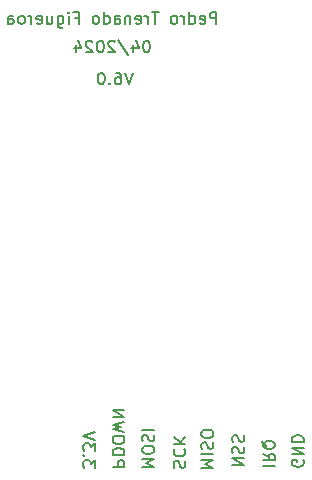
<source format=gbo>
G04 #@! TF.GenerationSoftware,KiCad,Pcbnew,7.0.9*
G04 #@! TF.CreationDate,2024-04-20T19:12:39+02:00*
G04 #@! TF.ProjectId,NFC_Programmer,4e46435f-5072-46f6-9772-616d6d65722e,3.0*
G04 #@! TF.SameCoordinates,Original*
G04 #@! TF.FileFunction,Legend,Bot*
G04 #@! TF.FilePolarity,Positive*
%FSLAX46Y46*%
G04 Gerber Fmt 4.6, Leading zero omitted, Abs format (unit mm)*
G04 Created by KiCad (PCBNEW 7.0.9) date 2024-04-20 19:12:39*
%MOMM*%
%LPD*%
G01*
G04 APERTURE LIST*
%ADD10C,0.153000*%
%ADD11C,3.000000*%
%ADD12R,1.700000X1.700000*%
%ADD13O,1.700000X1.700000*%
G04 APERTURE END LIST*
D10*
X142590771Y-70789663D02*
X142495533Y-70789663D01*
X142495533Y-70789663D02*
X142400295Y-70837282D01*
X142400295Y-70837282D02*
X142352676Y-70884901D01*
X142352676Y-70884901D02*
X142305057Y-70980139D01*
X142305057Y-70980139D02*
X142257438Y-71170615D01*
X142257438Y-71170615D02*
X142257438Y-71408710D01*
X142257438Y-71408710D02*
X142305057Y-71599186D01*
X142305057Y-71599186D02*
X142352676Y-71694424D01*
X142352676Y-71694424D02*
X142400295Y-71742044D01*
X142400295Y-71742044D02*
X142495533Y-71789663D01*
X142495533Y-71789663D02*
X142590771Y-71789663D01*
X142590771Y-71789663D02*
X142686009Y-71742044D01*
X142686009Y-71742044D02*
X142733628Y-71694424D01*
X142733628Y-71694424D02*
X142781247Y-71599186D01*
X142781247Y-71599186D02*
X142828866Y-71408710D01*
X142828866Y-71408710D02*
X142828866Y-71170615D01*
X142828866Y-71170615D02*
X142781247Y-70980139D01*
X142781247Y-70980139D02*
X142733628Y-70884901D01*
X142733628Y-70884901D02*
X142686009Y-70837282D01*
X142686009Y-70837282D02*
X142590771Y-70789663D01*
X141400295Y-71122996D02*
X141400295Y-71789663D01*
X141638390Y-70742044D02*
X141876485Y-71456329D01*
X141876485Y-71456329D02*
X141257438Y-71456329D01*
X140162200Y-70742044D02*
X141019342Y-72027758D01*
X139876485Y-70884901D02*
X139828866Y-70837282D01*
X139828866Y-70837282D02*
X139733628Y-70789663D01*
X139733628Y-70789663D02*
X139495533Y-70789663D01*
X139495533Y-70789663D02*
X139400295Y-70837282D01*
X139400295Y-70837282D02*
X139352676Y-70884901D01*
X139352676Y-70884901D02*
X139305057Y-70980139D01*
X139305057Y-70980139D02*
X139305057Y-71075377D01*
X139305057Y-71075377D02*
X139352676Y-71218234D01*
X139352676Y-71218234D02*
X139924104Y-71789663D01*
X139924104Y-71789663D02*
X139305057Y-71789663D01*
X138686009Y-70789663D02*
X138590771Y-70789663D01*
X138590771Y-70789663D02*
X138495533Y-70837282D01*
X138495533Y-70837282D02*
X138447914Y-70884901D01*
X138447914Y-70884901D02*
X138400295Y-70980139D01*
X138400295Y-70980139D02*
X138352676Y-71170615D01*
X138352676Y-71170615D02*
X138352676Y-71408710D01*
X138352676Y-71408710D02*
X138400295Y-71599186D01*
X138400295Y-71599186D02*
X138447914Y-71694424D01*
X138447914Y-71694424D02*
X138495533Y-71742044D01*
X138495533Y-71742044D02*
X138590771Y-71789663D01*
X138590771Y-71789663D02*
X138686009Y-71789663D01*
X138686009Y-71789663D02*
X138781247Y-71742044D01*
X138781247Y-71742044D02*
X138828866Y-71694424D01*
X138828866Y-71694424D02*
X138876485Y-71599186D01*
X138876485Y-71599186D02*
X138924104Y-71408710D01*
X138924104Y-71408710D02*
X138924104Y-71170615D01*
X138924104Y-71170615D02*
X138876485Y-70980139D01*
X138876485Y-70980139D02*
X138828866Y-70884901D01*
X138828866Y-70884901D02*
X138781247Y-70837282D01*
X138781247Y-70837282D02*
X138686009Y-70789663D01*
X137971723Y-70884901D02*
X137924104Y-70837282D01*
X137924104Y-70837282D02*
X137828866Y-70789663D01*
X137828866Y-70789663D02*
X137590771Y-70789663D01*
X137590771Y-70789663D02*
X137495533Y-70837282D01*
X137495533Y-70837282D02*
X137447914Y-70884901D01*
X137447914Y-70884901D02*
X137400295Y-70980139D01*
X137400295Y-70980139D02*
X137400295Y-71075377D01*
X137400295Y-71075377D02*
X137447914Y-71218234D01*
X137447914Y-71218234D02*
X138019342Y-71789663D01*
X138019342Y-71789663D02*
X137400295Y-71789663D01*
X136543152Y-71122996D02*
X136543152Y-71789663D01*
X136781247Y-70742044D02*
X137019342Y-71456329D01*
X137019342Y-71456329D02*
X136400295Y-71456329D01*
X138200336Y-106946485D02*
X138200336Y-106327438D01*
X138200336Y-106327438D02*
X137819384Y-106660771D01*
X137819384Y-106660771D02*
X137819384Y-106517914D01*
X137819384Y-106517914D02*
X137771765Y-106422676D01*
X137771765Y-106422676D02*
X137724146Y-106375057D01*
X137724146Y-106375057D02*
X137628908Y-106327438D01*
X137628908Y-106327438D02*
X137390813Y-106327438D01*
X137390813Y-106327438D02*
X137295575Y-106375057D01*
X137295575Y-106375057D02*
X137247956Y-106422676D01*
X137247956Y-106422676D02*
X137200336Y-106517914D01*
X137200336Y-106517914D02*
X137200336Y-106803628D01*
X137200336Y-106803628D02*
X137247956Y-106898866D01*
X137247956Y-106898866D02*
X137295575Y-106946485D01*
X137295575Y-105898866D02*
X137247956Y-105851247D01*
X137247956Y-105851247D02*
X137200336Y-105898866D01*
X137200336Y-105898866D02*
X137247956Y-105946485D01*
X137247956Y-105946485D02*
X137295575Y-105898866D01*
X137295575Y-105898866D02*
X137200336Y-105898866D01*
X138200336Y-105517914D02*
X138200336Y-104898867D01*
X138200336Y-104898867D02*
X137819384Y-105232200D01*
X137819384Y-105232200D02*
X137819384Y-105089343D01*
X137819384Y-105089343D02*
X137771765Y-104994105D01*
X137771765Y-104994105D02*
X137724146Y-104946486D01*
X137724146Y-104946486D02*
X137628908Y-104898867D01*
X137628908Y-104898867D02*
X137390813Y-104898867D01*
X137390813Y-104898867D02*
X137295575Y-104946486D01*
X137295575Y-104946486D02*
X137247956Y-104994105D01*
X137247956Y-104994105D02*
X137200336Y-105089343D01*
X137200336Y-105089343D02*
X137200336Y-105375057D01*
X137200336Y-105375057D02*
X137247956Y-105470295D01*
X137247956Y-105470295D02*
X137295575Y-105517914D01*
X138200336Y-104613152D02*
X137200336Y-104279819D01*
X137200336Y-104279819D02*
X138200336Y-103946486D01*
X148471247Y-69369663D02*
X148471247Y-68369663D01*
X148471247Y-68369663D02*
X148090295Y-68369663D01*
X148090295Y-68369663D02*
X147995057Y-68417282D01*
X147995057Y-68417282D02*
X147947438Y-68464901D01*
X147947438Y-68464901D02*
X147899819Y-68560139D01*
X147899819Y-68560139D02*
X147899819Y-68702996D01*
X147899819Y-68702996D02*
X147947438Y-68798234D01*
X147947438Y-68798234D02*
X147995057Y-68845853D01*
X147995057Y-68845853D02*
X148090295Y-68893472D01*
X148090295Y-68893472D02*
X148471247Y-68893472D01*
X147090295Y-69322044D02*
X147185533Y-69369663D01*
X147185533Y-69369663D02*
X147376009Y-69369663D01*
X147376009Y-69369663D02*
X147471247Y-69322044D01*
X147471247Y-69322044D02*
X147518866Y-69226805D01*
X147518866Y-69226805D02*
X147518866Y-68845853D01*
X147518866Y-68845853D02*
X147471247Y-68750615D01*
X147471247Y-68750615D02*
X147376009Y-68702996D01*
X147376009Y-68702996D02*
X147185533Y-68702996D01*
X147185533Y-68702996D02*
X147090295Y-68750615D01*
X147090295Y-68750615D02*
X147042676Y-68845853D01*
X147042676Y-68845853D02*
X147042676Y-68941091D01*
X147042676Y-68941091D02*
X147518866Y-69036329D01*
X146185533Y-69369663D02*
X146185533Y-68369663D01*
X146185533Y-69322044D02*
X146280771Y-69369663D01*
X146280771Y-69369663D02*
X146471247Y-69369663D01*
X146471247Y-69369663D02*
X146566485Y-69322044D01*
X146566485Y-69322044D02*
X146614104Y-69274424D01*
X146614104Y-69274424D02*
X146661723Y-69179186D01*
X146661723Y-69179186D02*
X146661723Y-68893472D01*
X146661723Y-68893472D02*
X146614104Y-68798234D01*
X146614104Y-68798234D02*
X146566485Y-68750615D01*
X146566485Y-68750615D02*
X146471247Y-68702996D01*
X146471247Y-68702996D02*
X146280771Y-68702996D01*
X146280771Y-68702996D02*
X146185533Y-68750615D01*
X145709342Y-69369663D02*
X145709342Y-68702996D01*
X145709342Y-68893472D02*
X145661723Y-68798234D01*
X145661723Y-68798234D02*
X145614104Y-68750615D01*
X145614104Y-68750615D02*
X145518866Y-68702996D01*
X145518866Y-68702996D02*
X145423628Y-68702996D01*
X144947437Y-69369663D02*
X145042675Y-69322044D01*
X145042675Y-69322044D02*
X145090294Y-69274424D01*
X145090294Y-69274424D02*
X145137913Y-69179186D01*
X145137913Y-69179186D02*
X145137913Y-68893472D01*
X145137913Y-68893472D02*
X145090294Y-68798234D01*
X145090294Y-68798234D02*
X145042675Y-68750615D01*
X145042675Y-68750615D02*
X144947437Y-68702996D01*
X144947437Y-68702996D02*
X144804580Y-68702996D01*
X144804580Y-68702996D02*
X144709342Y-68750615D01*
X144709342Y-68750615D02*
X144661723Y-68798234D01*
X144661723Y-68798234D02*
X144614104Y-68893472D01*
X144614104Y-68893472D02*
X144614104Y-69179186D01*
X144614104Y-69179186D02*
X144661723Y-69274424D01*
X144661723Y-69274424D02*
X144709342Y-69322044D01*
X144709342Y-69322044D02*
X144804580Y-69369663D01*
X144804580Y-69369663D02*
X144947437Y-69369663D01*
X143566484Y-68369663D02*
X142995056Y-68369663D01*
X143280770Y-69369663D02*
X143280770Y-68369663D01*
X142661722Y-69369663D02*
X142661722Y-68702996D01*
X142661722Y-68893472D02*
X142614103Y-68798234D01*
X142614103Y-68798234D02*
X142566484Y-68750615D01*
X142566484Y-68750615D02*
X142471246Y-68702996D01*
X142471246Y-68702996D02*
X142376008Y-68702996D01*
X141661722Y-69322044D02*
X141756960Y-69369663D01*
X141756960Y-69369663D02*
X141947436Y-69369663D01*
X141947436Y-69369663D02*
X142042674Y-69322044D01*
X142042674Y-69322044D02*
X142090293Y-69226805D01*
X142090293Y-69226805D02*
X142090293Y-68845853D01*
X142090293Y-68845853D02*
X142042674Y-68750615D01*
X142042674Y-68750615D02*
X141947436Y-68702996D01*
X141947436Y-68702996D02*
X141756960Y-68702996D01*
X141756960Y-68702996D02*
X141661722Y-68750615D01*
X141661722Y-68750615D02*
X141614103Y-68845853D01*
X141614103Y-68845853D02*
X141614103Y-68941091D01*
X141614103Y-68941091D02*
X142090293Y-69036329D01*
X141185531Y-68702996D02*
X141185531Y-69369663D01*
X141185531Y-68798234D02*
X141137912Y-68750615D01*
X141137912Y-68750615D02*
X141042674Y-68702996D01*
X141042674Y-68702996D02*
X140899817Y-68702996D01*
X140899817Y-68702996D02*
X140804579Y-68750615D01*
X140804579Y-68750615D02*
X140756960Y-68845853D01*
X140756960Y-68845853D02*
X140756960Y-69369663D01*
X139852198Y-69369663D02*
X139852198Y-68845853D01*
X139852198Y-68845853D02*
X139899817Y-68750615D01*
X139899817Y-68750615D02*
X139995055Y-68702996D01*
X139995055Y-68702996D02*
X140185531Y-68702996D01*
X140185531Y-68702996D02*
X140280769Y-68750615D01*
X139852198Y-69322044D02*
X139947436Y-69369663D01*
X139947436Y-69369663D02*
X140185531Y-69369663D01*
X140185531Y-69369663D02*
X140280769Y-69322044D01*
X140280769Y-69322044D02*
X140328388Y-69226805D01*
X140328388Y-69226805D02*
X140328388Y-69131567D01*
X140328388Y-69131567D02*
X140280769Y-69036329D01*
X140280769Y-69036329D02*
X140185531Y-68988710D01*
X140185531Y-68988710D02*
X139947436Y-68988710D01*
X139947436Y-68988710D02*
X139852198Y-68941091D01*
X138947436Y-69369663D02*
X138947436Y-68369663D01*
X138947436Y-69322044D02*
X139042674Y-69369663D01*
X139042674Y-69369663D02*
X139233150Y-69369663D01*
X139233150Y-69369663D02*
X139328388Y-69322044D01*
X139328388Y-69322044D02*
X139376007Y-69274424D01*
X139376007Y-69274424D02*
X139423626Y-69179186D01*
X139423626Y-69179186D02*
X139423626Y-68893472D01*
X139423626Y-68893472D02*
X139376007Y-68798234D01*
X139376007Y-68798234D02*
X139328388Y-68750615D01*
X139328388Y-68750615D02*
X139233150Y-68702996D01*
X139233150Y-68702996D02*
X139042674Y-68702996D01*
X139042674Y-68702996D02*
X138947436Y-68750615D01*
X138328388Y-69369663D02*
X138423626Y-69322044D01*
X138423626Y-69322044D02*
X138471245Y-69274424D01*
X138471245Y-69274424D02*
X138518864Y-69179186D01*
X138518864Y-69179186D02*
X138518864Y-68893472D01*
X138518864Y-68893472D02*
X138471245Y-68798234D01*
X138471245Y-68798234D02*
X138423626Y-68750615D01*
X138423626Y-68750615D02*
X138328388Y-68702996D01*
X138328388Y-68702996D02*
X138185531Y-68702996D01*
X138185531Y-68702996D02*
X138090293Y-68750615D01*
X138090293Y-68750615D02*
X138042674Y-68798234D01*
X138042674Y-68798234D02*
X137995055Y-68893472D01*
X137995055Y-68893472D02*
X137995055Y-69179186D01*
X137995055Y-69179186D02*
X138042674Y-69274424D01*
X138042674Y-69274424D02*
X138090293Y-69322044D01*
X138090293Y-69322044D02*
X138185531Y-69369663D01*
X138185531Y-69369663D02*
X138328388Y-69369663D01*
X136471245Y-68845853D02*
X136804578Y-68845853D01*
X136804578Y-69369663D02*
X136804578Y-68369663D01*
X136804578Y-68369663D02*
X136328388Y-68369663D01*
X135947435Y-69369663D02*
X135947435Y-68702996D01*
X135947435Y-68369663D02*
X135995054Y-68417282D01*
X135995054Y-68417282D02*
X135947435Y-68464901D01*
X135947435Y-68464901D02*
X135899816Y-68417282D01*
X135899816Y-68417282D02*
X135947435Y-68369663D01*
X135947435Y-68369663D02*
X135947435Y-68464901D01*
X135042674Y-68702996D02*
X135042674Y-69512520D01*
X135042674Y-69512520D02*
X135090293Y-69607758D01*
X135090293Y-69607758D02*
X135137912Y-69655377D01*
X135137912Y-69655377D02*
X135233150Y-69702996D01*
X135233150Y-69702996D02*
X135376007Y-69702996D01*
X135376007Y-69702996D02*
X135471245Y-69655377D01*
X135042674Y-69322044D02*
X135137912Y-69369663D01*
X135137912Y-69369663D02*
X135328388Y-69369663D01*
X135328388Y-69369663D02*
X135423626Y-69322044D01*
X135423626Y-69322044D02*
X135471245Y-69274424D01*
X135471245Y-69274424D02*
X135518864Y-69179186D01*
X135518864Y-69179186D02*
X135518864Y-68893472D01*
X135518864Y-68893472D02*
X135471245Y-68798234D01*
X135471245Y-68798234D02*
X135423626Y-68750615D01*
X135423626Y-68750615D02*
X135328388Y-68702996D01*
X135328388Y-68702996D02*
X135137912Y-68702996D01*
X135137912Y-68702996D02*
X135042674Y-68750615D01*
X134137912Y-68702996D02*
X134137912Y-69369663D01*
X134566483Y-68702996D02*
X134566483Y-69226805D01*
X134566483Y-69226805D02*
X134518864Y-69322044D01*
X134518864Y-69322044D02*
X134423626Y-69369663D01*
X134423626Y-69369663D02*
X134280769Y-69369663D01*
X134280769Y-69369663D02*
X134185531Y-69322044D01*
X134185531Y-69322044D02*
X134137912Y-69274424D01*
X133280769Y-69322044D02*
X133376007Y-69369663D01*
X133376007Y-69369663D02*
X133566483Y-69369663D01*
X133566483Y-69369663D02*
X133661721Y-69322044D01*
X133661721Y-69322044D02*
X133709340Y-69226805D01*
X133709340Y-69226805D02*
X133709340Y-68845853D01*
X133709340Y-68845853D02*
X133661721Y-68750615D01*
X133661721Y-68750615D02*
X133566483Y-68702996D01*
X133566483Y-68702996D02*
X133376007Y-68702996D01*
X133376007Y-68702996D02*
X133280769Y-68750615D01*
X133280769Y-68750615D02*
X133233150Y-68845853D01*
X133233150Y-68845853D02*
X133233150Y-68941091D01*
X133233150Y-68941091D02*
X133709340Y-69036329D01*
X132804578Y-69369663D02*
X132804578Y-68702996D01*
X132804578Y-68893472D02*
X132756959Y-68798234D01*
X132756959Y-68798234D02*
X132709340Y-68750615D01*
X132709340Y-68750615D02*
X132614102Y-68702996D01*
X132614102Y-68702996D02*
X132518864Y-68702996D01*
X132042673Y-69369663D02*
X132137911Y-69322044D01*
X132137911Y-69322044D02*
X132185530Y-69274424D01*
X132185530Y-69274424D02*
X132233149Y-69179186D01*
X132233149Y-69179186D02*
X132233149Y-68893472D01*
X132233149Y-68893472D02*
X132185530Y-68798234D01*
X132185530Y-68798234D02*
X132137911Y-68750615D01*
X132137911Y-68750615D02*
X132042673Y-68702996D01*
X132042673Y-68702996D02*
X131899816Y-68702996D01*
X131899816Y-68702996D02*
X131804578Y-68750615D01*
X131804578Y-68750615D02*
X131756959Y-68798234D01*
X131756959Y-68798234D02*
X131709340Y-68893472D01*
X131709340Y-68893472D02*
X131709340Y-69179186D01*
X131709340Y-69179186D02*
X131756959Y-69274424D01*
X131756959Y-69274424D02*
X131804578Y-69322044D01*
X131804578Y-69322044D02*
X131899816Y-69369663D01*
X131899816Y-69369663D02*
X132042673Y-69369663D01*
X130852197Y-69369663D02*
X130852197Y-68845853D01*
X130852197Y-68845853D02*
X130899816Y-68750615D01*
X130899816Y-68750615D02*
X130995054Y-68702996D01*
X130995054Y-68702996D02*
X131185530Y-68702996D01*
X131185530Y-68702996D02*
X131280768Y-68750615D01*
X130852197Y-69322044D02*
X130947435Y-69369663D01*
X130947435Y-69369663D02*
X131185530Y-69369663D01*
X131185530Y-69369663D02*
X131280768Y-69322044D01*
X131280768Y-69322044D02*
X131328387Y-69226805D01*
X131328387Y-69226805D02*
X131328387Y-69131567D01*
X131328387Y-69131567D02*
X131280768Y-69036329D01*
X131280768Y-69036329D02*
X131185530Y-68988710D01*
X131185530Y-68988710D02*
X130947435Y-68988710D01*
X130947435Y-68988710D02*
X130852197Y-68941091D01*
X141384104Y-73499663D02*
X141050771Y-74499663D01*
X141050771Y-74499663D02*
X140717438Y-73499663D01*
X139955533Y-73499663D02*
X140146009Y-73499663D01*
X140146009Y-73499663D02*
X140241247Y-73547282D01*
X140241247Y-73547282D02*
X140288866Y-73594901D01*
X140288866Y-73594901D02*
X140384104Y-73737758D01*
X140384104Y-73737758D02*
X140431723Y-73928234D01*
X140431723Y-73928234D02*
X140431723Y-74309186D01*
X140431723Y-74309186D02*
X140384104Y-74404424D01*
X140384104Y-74404424D02*
X140336485Y-74452044D01*
X140336485Y-74452044D02*
X140241247Y-74499663D01*
X140241247Y-74499663D02*
X140050771Y-74499663D01*
X140050771Y-74499663D02*
X139955533Y-74452044D01*
X139955533Y-74452044D02*
X139907914Y-74404424D01*
X139907914Y-74404424D02*
X139860295Y-74309186D01*
X139860295Y-74309186D02*
X139860295Y-74071091D01*
X139860295Y-74071091D02*
X139907914Y-73975853D01*
X139907914Y-73975853D02*
X139955533Y-73928234D01*
X139955533Y-73928234D02*
X140050771Y-73880615D01*
X140050771Y-73880615D02*
X140241247Y-73880615D01*
X140241247Y-73880615D02*
X140336485Y-73928234D01*
X140336485Y-73928234D02*
X140384104Y-73975853D01*
X140384104Y-73975853D02*
X140431723Y-74071091D01*
X139431723Y-74404424D02*
X139384104Y-74452044D01*
X139384104Y-74452044D02*
X139431723Y-74499663D01*
X139431723Y-74499663D02*
X139479342Y-74452044D01*
X139479342Y-74452044D02*
X139431723Y-74404424D01*
X139431723Y-74404424D02*
X139431723Y-74499663D01*
X138765057Y-73499663D02*
X138669819Y-73499663D01*
X138669819Y-73499663D02*
X138574581Y-73547282D01*
X138574581Y-73547282D02*
X138526962Y-73594901D01*
X138526962Y-73594901D02*
X138479343Y-73690139D01*
X138479343Y-73690139D02*
X138431724Y-73880615D01*
X138431724Y-73880615D02*
X138431724Y-74118710D01*
X138431724Y-74118710D02*
X138479343Y-74309186D01*
X138479343Y-74309186D02*
X138526962Y-74404424D01*
X138526962Y-74404424D02*
X138574581Y-74452044D01*
X138574581Y-74452044D02*
X138669819Y-74499663D01*
X138669819Y-74499663D02*
X138765057Y-74499663D01*
X138765057Y-74499663D02*
X138860295Y-74452044D01*
X138860295Y-74452044D02*
X138907914Y-74404424D01*
X138907914Y-74404424D02*
X138955533Y-74309186D01*
X138955533Y-74309186D02*
X139003152Y-74118710D01*
X139003152Y-74118710D02*
X139003152Y-73880615D01*
X139003152Y-73880615D02*
X138955533Y-73690139D01*
X138955533Y-73690139D02*
X138907914Y-73594901D01*
X138907914Y-73594901D02*
X138860295Y-73547282D01*
X138860295Y-73547282D02*
X138765057Y-73499663D01*
X142190336Y-106871247D02*
X143190336Y-106871247D01*
X143190336Y-106871247D02*
X142476051Y-106537914D01*
X142476051Y-106537914D02*
X143190336Y-106204581D01*
X143190336Y-106204581D02*
X142190336Y-106204581D01*
X143190336Y-105537914D02*
X143190336Y-105347438D01*
X143190336Y-105347438D02*
X143142717Y-105252200D01*
X143142717Y-105252200D02*
X143047479Y-105156962D01*
X143047479Y-105156962D02*
X142857003Y-105109343D01*
X142857003Y-105109343D02*
X142523670Y-105109343D01*
X142523670Y-105109343D02*
X142333194Y-105156962D01*
X142333194Y-105156962D02*
X142237956Y-105252200D01*
X142237956Y-105252200D02*
X142190336Y-105347438D01*
X142190336Y-105347438D02*
X142190336Y-105537914D01*
X142190336Y-105537914D02*
X142237956Y-105633152D01*
X142237956Y-105633152D02*
X142333194Y-105728390D01*
X142333194Y-105728390D02*
X142523670Y-105776009D01*
X142523670Y-105776009D02*
X142857003Y-105776009D01*
X142857003Y-105776009D02*
X143047479Y-105728390D01*
X143047479Y-105728390D02*
X143142717Y-105633152D01*
X143142717Y-105633152D02*
X143190336Y-105537914D01*
X142237956Y-104728390D02*
X142190336Y-104585533D01*
X142190336Y-104585533D02*
X142190336Y-104347438D01*
X142190336Y-104347438D02*
X142237956Y-104252200D01*
X142237956Y-104252200D02*
X142285575Y-104204581D01*
X142285575Y-104204581D02*
X142380813Y-104156962D01*
X142380813Y-104156962D02*
X142476051Y-104156962D01*
X142476051Y-104156962D02*
X142571289Y-104204581D01*
X142571289Y-104204581D02*
X142618908Y-104252200D01*
X142618908Y-104252200D02*
X142666527Y-104347438D01*
X142666527Y-104347438D02*
X142714146Y-104537914D01*
X142714146Y-104537914D02*
X142761765Y-104633152D01*
X142761765Y-104633152D02*
X142809384Y-104680771D01*
X142809384Y-104680771D02*
X142904622Y-104728390D01*
X142904622Y-104728390D02*
X142999860Y-104728390D01*
X142999860Y-104728390D02*
X143095098Y-104680771D01*
X143095098Y-104680771D02*
X143142717Y-104633152D01*
X143142717Y-104633152D02*
X143190336Y-104537914D01*
X143190336Y-104537914D02*
X143190336Y-104299819D01*
X143190336Y-104299819D02*
X143142717Y-104156962D01*
X142190336Y-103728390D02*
X143190336Y-103728390D01*
X144897956Y-106948866D02*
X144850336Y-106806009D01*
X144850336Y-106806009D02*
X144850336Y-106567914D01*
X144850336Y-106567914D02*
X144897956Y-106472676D01*
X144897956Y-106472676D02*
X144945575Y-106425057D01*
X144945575Y-106425057D02*
X145040813Y-106377438D01*
X145040813Y-106377438D02*
X145136051Y-106377438D01*
X145136051Y-106377438D02*
X145231289Y-106425057D01*
X145231289Y-106425057D02*
X145278908Y-106472676D01*
X145278908Y-106472676D02*
X145326527Y-106567914D01*
X145326527Y-106567914D02*
X145374146Y-106758390D01*
X145374146Y-106758390D02*
X145421765Y-106853628D01*
X145421765Y-106853628D02*
X145469384Y-106901247D01*
X145469384Y-106901247D02*
X145564622Y-106948866D01*
X145564622Y-106948866D02*
X145659860Y-106948866D01*
X145659860Y-106948866D02*
X145755098Y-106901247D01*
X145755098Y-106901247D02*
X145802717Y-106853628D01*
X145802717Y-106853628D02*
X145850336Y-106758390D01*
X145850336Y-106758390D02*
X145850336Y-106520295D01*
X145850336Y-106520295D02*
X145802717Y-106377438D01*
X144945575Y-105377438D02*
X144897956Y-105425057D01*
X144897956Y-105425057D02*
X144850336Y-105567914D01*
X144850336Y-105567914D02*
X144850336Y-105663152D01*
X144850336Y-105663152D02*
X144897956Y-105806009D01*
X144897956Y-105806009D02*
X144993194Y-105901247D01*
X144993194Y-105901247D02*
X145088432Y-105948866D01*
X145088432Y-105948866D02*
X145278908Y-105996485D01*
X145278908Y-105996485D02*
X145421765Y-105996485D01*
X145421765Y-105996485D02*
X145612241Y-105948866D01*
X145612241Y-105948866D02*
X145707479Y-105901247D01*
X145707479Y-105901247D02*
X145802717Y-105806009D01*
X145802717Y-105806009D02*
X145850336Y-105663152D01*
X145850336Y-105663152D02*
X145850336Y-105567914D01*
X145850336Y-105567914D02*
X145802717Y-105425057D01*
X145802717Y-105425057D02*
X145755098Y-105377438D01*
X144850336Y-104948866D02*
X145850336Y-104948866D01*
X144850336Y-104377438D02*
X145421765Y-104806009D01*
X145850336Y-104377438D02*
X145278908Y-104948866D01*
X147200336Y-106941247D02*
X148200336Y-106941247D01*
X148200336Y-106941247D02*
X147486051Y-106607914D01*
X147486051Y-106607914D02*
X148200336Y-106274581D01*
X148200336Y-106274581D02*
X147200336Y-106274581D01*
X147200336Y-105798390D02*
X148200336Y-105798390D01*
X147247956Y-105369819D02*
X147200336Y-105226962D01*
X147200336Y-105226962D02*
X147200336Y-104988867D01*
X147200336Y-104988867D02*
X147247956Y-104893629D01*
X147247956Y-104893629D02*
X147295575Y-104846010D01*
X147295575Y-104846010D02*
X147390813Y-104798391D01*
X147390813Y-104798391D02*
X147486051Y-104798391D01*
X147486051Y-104798391D02*
X147581289Y-104846010D01*
X147581289Y-104846010D02*
X147628908Y-104893629D01*
X147628908Y-104893629D02*
X147676527Y-104988867D01*
X147676527Y-104988867D02*
X147724146Y-105179343D01*
X147724146Y-105179343D02*
X147771765Y-105274581D01*
X147771765Y-105274581D02*
X147819384Y-105322200D01*
X147819384Y-105322200D02*
X147914622Y-105369819D01*
X147914622Y-105369819D02*
X148009860Y-105369819D01*
X148009860Y-105369819D02*
X148105098Y-105322200D01*
X148105098Y-105322200D02*
X148152717Y-105274581D01*
X148152717Y-105274581D02*
X148200336Y-105179343D01*
X148200336Y-105179343D02*
X148200336Y-104941248D01*
X148200336Y-104941248D02*
X148152717Y-104798391D01*
X148200336Y-104179343D02*
X148200336Y-103988867D01*
X148200336Y-103988867D02*
X148152717Y-103893629D01*
X148152717Y-103893629D02*
X148057479Y-103798391D01*
X148057479Y-103798391D02*
X147867003Y-103750772D01*
X147867003Y-103750772D02*
X147533670Y-103750772D01*
X147533670Y-103750772D02*
X147343194Y-103798391D01*
X147343194Y-103798391D02*
X147247956Y-103893629D01*
X147247956Y-103893629D02*
X147200336Y-103988867D01*
X147200336Y-103988867D02*
X147200336Y-104179343D01*
X147200336Y-104179343D02*
X147247956Y-104274581D01*
X147247956Y-104274581D02*
X147343194Y-104369819D01*
X147343194Y-104369819D02*
X147533670Y-104417438D01*
X147533670Y-104417438D02*
X147867003Y-104417438D01*
X147867003Y-104417438D02*
X148057479Y-104369819D01*
X148057479Y-104369819D02*
X148152717Y-104274581D01*
X148152717Y-104274581D02*
X148200336Y-104179343D01*
X155812717Y-106307438D02*
X155860336Y-106402676D01*
X155860336Y-106402676D02*
X155860336Y-106545533D01*
X155860336Y-106545533D02*
X155812717Y-106688390D01*
X155812717Y-106688390D02*
X155717479Y-106783628D01*
X155717479Y-106783628D02*
X155622241Y-106831247D01*
X155622241Y-106831247D02*
X155431765Y-106878866D01*
X155431765Y-106878866D02*
X155288908Y-106878866D01*
X155288908Y-106878866D02*
X155098432Y-106831247D01*
X155098432Y-106831247D02*
X155003194Y-106783628D01*
X155003194Y-106783628D02*
X154907956Y-106688390D01*
X154907956Y-106688390D02*
X154860336Y-106545533D01*
X154860336Y-106545533D02*
X154860336Y-106450295D01*
X154860336Y-106450295D02*
X154907956Y-106307438D01*
X154907956Y-106307438D02*
X154955575Y-106259819D01*
X154955575Y-106259819D02*
X155288908Y-106259819D01*
X155288908Y-106259819D02*
X155288908Y-106450295D01*
X154860336Y-105831247D02*
X155860336Y-105831247D01*
X155860336Y-105831247D02*
X154860336Y-105259819D01*
X154860336Y-105259819D02*
X155860336Y-105259819D01*
X154860336Y-104783628D02*
X155860336Y-104783628D01*
X155860336Y-104783628D02*
X155860336Y-104545533D01*
X155860336Y-104545533D02*
X155812717Y-104402676D01*
X155812717Y-104402676D02*
X155717479Y-104307438D01*
X155717479Y-104307438D02*
X155622241Y-104259819D01*
X155622241Y-104259819D02*
X155431765Y-104212200D01*
X155431765Y-104212200D02*
X155288908Y-104212200D01*
X155288908Y-104212200D02*
X155098432Y-104259819D01*
X155098432Y-104259819D02*
X155003194Y-104307438D01*
X155003194Y-104307438D02*
X154907956Y-104402676D01*
X154907956Y-104402676D02*
X154860336Y-104545533D01*
X154860336Y-104545533D02*
X154860336Y-104783628D01*
X149820336Y-106731247D02*
X150820336Y-106731247D01*
X150820336Y-106731247D02*
X149820336Y-106159819D01*
X149820336Y-106159819D02*
X150820336Y-106159819D01*
X149867956Y-105731247D02*
X149820336Y-105588390D01*
X149820336Y-105588390D02*
X149820336Y-105350295D01*
X149820336Y-105350295D02*
X149867956Y-105255057D01*
X149867956Y-105255057D02*
X149915575Y-105207438D01*
X149915575Y-105207438D02*
X150010813Y-105159819D01*
X150010813Y-105159819D02*
X150106051Y-105159819D01*
X150106051Y-105159819D02*
X150201289Y-105207438D01*
X150201289Y-105207438D02*
X150248908Y-105255057D01*
X150248908Y-105255057D02*
X150296527Y-105350295D01*
X150296527Y-105350295D02*
X150344146Y-105540771D01*
X150344146Y-105540771D02*
X150391765Y-105636009D01*
X150391765Y-105636009D02*
X150439384Y-105683628D01*
X150439384Y-105683628D02*
X150534622Y-105731247D01*
X150534622Y-105731247D02*
X150629860Y-105731247D01*
X150629860Y-105731247D02*
X150725098Y-105683628D01*
X150725098Y-105683628D02*
X150772717Y-105636009D01*
X150772717Y-105636009D02*
X150820336Y-105540771D01*
X150820336Y-105540771D02*
X150820336Y-105302676D01*
X150820336Y-105302676D02*
X150772717Y-105159819D01*
X149867956Y-104778866D02*
X149820336Y-104636009D01*
X149820336Y-104636009D02*
X149820336Y-104397914D01*
X149820336Y-104397914D02*
X149867956Y-104302676D01*
X149867956Y-104302676D02*
X149915575Y-104255057D01*
X149915575Y-104255057D02*
X150010813Y-104207438D01*
X150010813Y-104207438D02*
X150106051Y-104207438D01*
X150106051Y-104207438D02*
X150201289Y-104255057D01*
X150201289Y-104255057D02*
X150248908Y-104302676D01*
X150248908Y-104302676D02*
X150296527Y-104397914D01*
X150296527Y-104397914D02*
X150344146Y-104588390D01*
X150344146Y-104588390D02*
X150391765Y-104683628D01*
X150391765Y-104683628D02*
X150439384Y-104731247D01*
X150439384Y-104731247D02*
X150534622Y-104778866D01*
X150534622Y-104778866D02*
X150629860Y-104778866D01*
X150629860Y-104778866D02*
X150725098Y-104731247D01*
X150725098Y-104731247D02*
X150772717Y-104683628D01*
X150772717Y-104683628D02*
X150820336Y-104588390D01*
X150820336Y-104588390D02*
X150820336Y-104350295D01*
X150820336Y-104350295D02*
X150772717Y-104207438D01*
X152410336Y-106801247D02*
X153410336Y-106801247D01*
X152410336Y-105753629D02*
X152886527Y-106086962D01*
X152410336Y-106325057D02*
X153410336Y-106325057D01*
X153410336Y-106325057D02*
X153410336Y-105944105D01*
X153410336Y-105944105D02*
X153362717Y-105848867D01*
X153362717Y-105848867D02*
X153315098Y-105801248D01*
X153315098Y-105801248D02*
X153219860Y-105753629D01*
X153219860Y-105753629D02*
X153077003Y-105753629D01*
X153077003Y-105753629D02*
X152981765Y-105801248D01*
X152981765Y-105801248D02*
X152934146Y-105848867D01*
X152934146Y-105848867D02*
X152886527Y-105944105D01*
X152886527Y-105944105D02*
X152886527Y-106325057D01*
X152315098Y-104658391D02*
X152362717Y-104753629D01*
X152362717Y-104753629D02*
X152457956Y-104848867D01*
X152457956Y-104848867D02*
X152600813Y-104991724D01*
X152600813Y-104991724D02*
X152648432Y-105086962D01*
X152648432Y-105086962D02*
X152648432Y-105182200D01*
X152410336Y-105134581D02*
X152457956Y-105229819D01*
X152457956Y-105229819D02*
X152553194Y-105325057D01*
X152553194Y-105325057D02*
X152743670Y-105372676D01*
X152743670Y-105372676D02*
X153077003Y-105372676D01*
X153077003Y-105372676D02*
X153267479Y-105325057D01*
X153267479Y-105325057D02*
X153362717Y-105229819D01*
X153362717Y-105229819D02*
X153410336Y-105134581D01*
X153410336Y-105134581D02*
X153410336Y-104944105D01*
X153410336Y-104944105D02*
X153362717Y-104848867D01*
X153362717Y-104848867D02*
X153267479Y-104753629D01*
X153267479Y-104753629D02*
X153077003Y-104706010D01*
X153077003Y-104706010D02*
X152743670Y-104706010D01*
X152743670Y-104706010D02*
X152553194Y-104753629D01*
X152553194Y-104753629D02*
X152457956Y-104848867D01*
X152457956Y-104848867D02*
X152410336Y-104944105D01*
X152410336Y-104944105D02*
X152410336Y-105134581D01*
X139680336Y-106871247D02*
X140680336Y-106871247D01*
X140680336Y-106871247D02*
X140680336Y-106490295D01*
X140680336Y-106490295D02*
X140632717Y-106395057D01*
X140632717Y-106395057D02*
X140585098Y-106347438D01*
X140585098Y-106347438D02*
X140489860Y-106299819D01*
X140489860Y-106299819D02*
X140347003Y-106299819D01*
X140347003Y-106299819D02*
X140251765Y-106347438D01*
X140251765Y-106347438D02*
X140204146Y-106395057D01*
X140204146Y-106395057D02*
X140156527Y-106490295D01*
X140156527Y-106490295D02*
X140156527Y-106871247D01*
X139680336Y-105871247D02*
X140680336Y-105871247D01*
X140680336Y-105871247D02*
X140680336Y-105633152D01*
X140680336Y-105633152D02*
X140632717Y-105490295D01*
X140632717Y-105490295D02*
X140537479Y-105395057D01*
X140537479Y-105395057D02*
X140442241Y-105347438D01*
X140442241Y-105347438D02*
X140251765Y-105299819D01*
X140251765Y-105299819D02*
X140108908Y-105299819D01*
X140108908Y-105299819D02*
X139918432Y-105347438D01*
X139918432Y-105347438D02*
X139823194Y-105395057D01*
X139823194Y-105395057D02*
X139727956Y-105490295D01*
X139727956Y-105490295D02*
X139680336Y-105633152D01*
X139680336Y-105633152D02*
X139680336Y-105871247D01*
X140680336Y-104680771D02*
X140680336Y-104490295D01*
X140680336Y-104490295D02*
X140632717Y-104395057D01*
X140632717Y-104395057D02*
X140537479Y-104299819D01*
X140537479Y-104299819D02*
X140347003Y-104252200D01*
X140347003Y-104252200D02*
X140013670Y-104252200D01*
X140013670Y-104252200D02*
X139823194Y-104299819D01*
X139823194Y-104299819D02*
X139727956Y-104395057D01*
X139727956Y-104395057D02*
X139680336Y-104490295D01*
X139680336Y-104490295D02*
X139680336Y-104680771D01*
X139680336Y-104680771D02*
X139727956Y-104776009D01*
X139727956Y-104776009D02*
X139823194Y-104871247D01*
X139823194Y-104871247D02*
X140013670Y-104918866D01*
X140013670Y-104918866D02*
X140347003Y-104918866D01*
X140347003Y-104918866D02*
X140537479Y-104871247D01*
X140537479Y-104871247D02*
X140632717Y-104776009D01*
X140632717Y-104776009D02*
X140680336Y-104680771D01*
X140680336Y-103918866D02*
X139680336Y-103680771D01*
X139680336Y-103680771D02*
X140394622Y-103490295D01*
X140394622Y-103490295D02*
X139680336Y-103299819D01*
X139680336Y-103299819D02*
X140680336Y-103061724D01*
X139680336Y-102680771D02*
X140680336Y-102680771D01*
X140680336Y-102680771D02*
X139680336Y-102109343D01*
X139680336Y-102109343D02*
X140680336Y-102109343D01*
%LPC*%
D11*
X124080000Y-58640000D03*
X156120000Y-58640000D03*
D12*
X128530000Y-103060000D03*
D13*
X131070000Y-103060000D03*
D11*
X124060000Y-88020000D03*
D12*
X137670000Y-108020000D03*
D13*
X140210000Y-108020000D03*
X142750000Y-108020000D03*
X145290000Y-108020000D03*
X147830000Y-108020000D03*
X150370000Y-108020000D03*
X152910000Y-108020000D03*
X155450000Y-108020000D03*
D11*
X156110000Y-88020000D03*
%LPD*%
M02*

</source>
